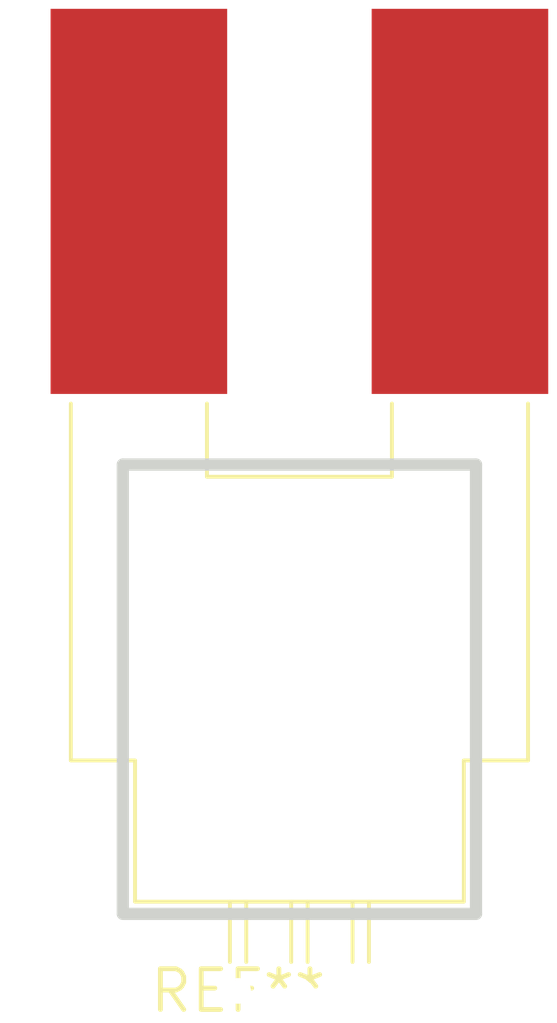
<source format=kicad_pcb>
(kicad_pcb (version 20240108) (generator pcbnew)
  (layers (0 "F.Cu" signal) (31 "B.Cu" signal) (34 "B.Paste" user) (35 "F.Paste" user) (36 "B.SilkS" user "B.Silkscreen") (37 "F.SilkS" user "F.Silkscreen") (38 "B.Mask" user) (39 "F.Mask" user) (44 "Edge.Cuts" user))
  (net 0 "")
  (footprint "Allegro_CB_PSF" (layer "F.Cu") (at 0 0)
    (property "Reference" "REF**")
    (property "Value" "Allegro_CB_PSF")
    (fp_line (start -5.21 -7.18) (end -5.21 -18.3) (layer "F.SilkS") (stroke (width 0.12)))
    (fp_line (start -3.21 -7.18) (end -5.21 -7.18) (layer "F.SilkS") (stroke (width 0.12)))
    (fp_line (start -3.21 -2.78) (end -3.21 -7.18) (layer "F.SilkS") (stroke (width 0.12)))
    (fp_line (start -0.97 -16.02) (end -0.97 -18.3) (layer "F.SilkS") (stroke (width 0.12)))
    (fp_line (start -0.97 -16.02) (end 4.79 -16.02) (layer "F.SilkS") (stroke (width 0.12)))
    (fp_line (start -0.255 -2.78) (end -0.255 -0.9) (layer "F.SilkS") (stroke (width 0.12)))
    (fp_line (start 0.255 -2.78) (end 0.255 -0.9) (layer "F.SilkS") (stroke (width 0.12)))
    (fp_line (start 1.655 -2.78) (end 1.655 -0.9) (layer "F.SilkS") (stroke (width 0.12)))
    (fp_line (start 2.165 -2.78) (end 2.165 -0.9) (layer "F.SilkS") (stroke (width 0.12)))
    (fp_line (start 3.565 -2.78) (end 3.565 -0.9) (layer "F.SilkS") (stroke (width 0.12)))
    (fp_line (start 4.075 -2.78) (end 4.075 -0.9) (layer "F.SilkS") (stroke (width 0.12)))
    (fp_line (start 4.79 -16.02) (end 4.79 -18.3) (layer "F.SilkS") (stroke (width 0.12)))
    (fp_line (start 7.03 -7.18) (end 9.03 -7.18) (layer "F.SilkS") (stroke (width 0.12)))
    (fp_line (start 7.03 -2.78) (end -3.21 -2.78) (layer "F.SilkS") (stroke (width 0.12)))
    (fp_line (start 7.03 -2.78) (end 7.03 -7.18) (layer "F.SilkS") (stroke (width 0.12)))
    (fp_line (start 9.03 -7.18) (end 9.03 -18.3) (layer "F.SilkS") (stroke (width 0.12)))
    (fp_line (start -3.59 -16.4) (end 7.41 -16.4) (layer "Edge.Cuts") (stroke (width 0.381)))
    (fp_line (start -3.59 -2.4) (end -3.59 -16.4) (layer "Edge.Cuts") (stroke (width 0.381)))
    (fp_line (start 7.41 -16.4) (end 7.41 -2.4) (layer "Edge.Cuts") (stroke (width 0.381)))
    (fp_line (start 7.41 -2.4) (end -3.59 -2.4) (layer "Edge.Cuts") (stroke (width 0.381)))
    (pad "1" thru_hole rect (at 0 0) (size 1.5 1.5) (drill 0.8) (layers *.Cu *.Mask) (remove_unused_layers))
    (pad "2" thru_hole circle (at 1.91 0) (size 1.5 1.5) (drill 0.8) (layers *.Cu *.Mask) (remove_unused_layers))
    (pad "3" thru_hole circle (at 3.82 0) (size 1.5 1.5) (drill 0.8) (layers *.Cu *.Mask) (remove_unused_layers))
    (pad "4" smd rect (at 6.91 -24.6) (size 5.5 12) (layers "F.Cu" "F.Paste" "F.Mask"))
    (pad "5" smd rect (at -3.09 -24.6) (size 5.5 12) (layers "F.Cu" "F.Paste" "F.Mask"))
  )
)
</source>
